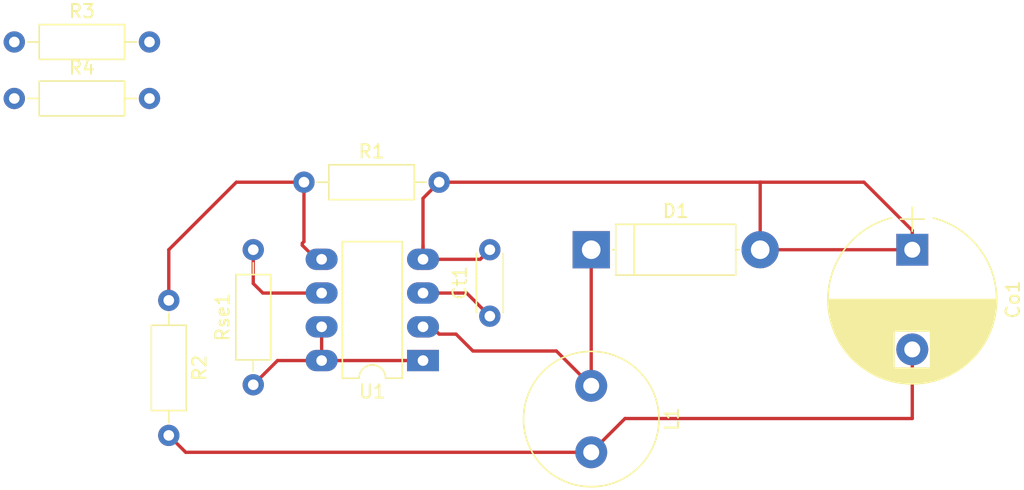
<source format=kicad_pcb>
(kicad_pcb (version 20171130) (host pcbnew "(5.1.9)-1")

  (general
    (thickness 1.6)
    (drawings 0)
    (tracks 41)
    (zones 0)
    (modules 10)
    (nets 8)
  )

  (page A4)
  (layers
    (0 F.Cu signal)
    (31 B.Cu signal)
    (32 B.Adhes user)
    (33 F.Adhes user)
    (34 B.Paste user)
    (35 F.Paste user)
    (36 B.SilkS user)
    (37 F.SilkS user)
    (38 B.Mask user)
    (39 F.Mask user)
    (40 Dwgs.User user)
    (41 Cmts.User user)
    (42 Eco1.User user)
    (43 Eco2.User user)
    (44 Edge.Cuts user)
    (45 Margin user)
    (46 B.CrtYd user)
    (47 F.CrtYd user)
    (48 B.Fab user)
    (49 F.Fab user)
  )

  (setup
    (last_trace_width 0.25)
    (trace_clearance 0.2)
    (zone_clearance 0.508)
    (zone_45_only no)
    (trace_min 0.2)
    (via_size 0.8)
    (via_drill 0.4)
    (via_min_size 0.4)
    (via_min_drill 0.3)
    (uvia_size 0.3)
    (uvia_drill 0.1)
    (uvias_allowed no)
    (uvia_min_size 0.2)
    (uvia_min_drill 0.1)
    (edge_width 0.15)
    (segment_width 0.2)
    (pcb_text_width 0.3)
    (pcb_text_size 1.5 1.5)
    (mod_edge_width 0.15)
    (mod_text_size 1 1)
    (mod_text_width 0.15)
    (pad_size 1.524 1.524)
    (pad_drill 0.762)
    (pad_to_mask_clearance 0.051)
    (solder_mask_min_width 0.25)
    (aux_axis_origin 0 0)
    (visible_elements 7FFFFFFF)
    (pcbplotparams
      (layerselection 0x010fc_ffffffff)
      (usegerberextensions false)
      (usegerberattributes false)
      (usegerberadvancedattributes false)
      (creategerberjobfile false)
      (excludeedgelayer true)
      (linewidth 0.100000)
      (plotframeref false)
      (viasonmask false)
      (mode 1)
      (useauxorigin false)
      (hpglpennumber 1)
      (hpglpenspeed 20)
      (hpglpendiameter 15.000000)
      (psnegative false)
      (psa4output false)
      (plotreference true)
      (plotvalue true)
      (plotinvisibletext false)
      (padsonsilk false)
      (subtractmaskfromsilk false)
      (outputformat 1)
      (mirror false)
      (drillshape 1)
      (scaleselection 1)
      (outputdirectory ""))
  )

  (net 0 "")
  (net 1 GND)
  (net 2 "Net-(Ct1-Pad1)")
  (net 3 "Net-(D1-Pad1)")
  (net 4 "Net-(R1-Pad1)")
  (net 5 "Net-(Rse1-Pad1)")
  (net 6 VEE)
  (net 7 VCC)

  (net_class Default 这是默认网络组.
    (clearance 0.2)
    (trace_width 0.25)
    (via_dia 0.8)
    (via_drill 0.4)
    (uvia_dia 0.3)
    (uvia_drill 0.1)
    (add_net GND)
    (add_net "Net-(Ct1-Pad1)")
    (add_net "Net-(D1-Pad1)")
    (add_net "Net-(D2-Pad1)")
    (add_net "Net-(D3-Pad1)")
    (add_net "Net-(R1-Pad1)")
    (add_net "Net-(Rse1-Pad1)")
    (add_net VCC)
    (add_net VEE)
  )

  (module Resistors_THT:R_Axial_DIN0207_L6.3mm_D2.5mm_P10.16mm_Horizontal (layer F.Cu) (tedit 5874F706) (tstamp 6055D926)
    (at 43 76.25)
    (descr "Resistor, Axial_DIN0207 series, Axial, Horizontal, pin pitch=10.16mm, 0.25W = 1/4W, length*diameter=6.3*2.5mm^2, http://cdn-reichelt.de/documents/datenblatt/B400/1_4W%23YAG.pdf")
    (tags "Resistor Axial_DIN0207 series Axial Horizontal pin pitch 10.16mm 0.25W = 1/4W length 6.3mm diameter 2.5mm")
    (path /6057DD67)
    (fp_text reference R4 (at 5.08 -2.31) (layer F.SilkS)
      (effects (font (size 1 1) (thickness 0.15)))
    )
    (fp_text value 3k (at 5.08 2.31) (layer F.Fab)
      (effects (font (size 1 1) (thickness 0.15)))
    )
    (fp_line (start 11.25 -1.6) (end -1.05 -1.6) (layer F.CrtYd) (width 0.05))
    (fp_line (start 11.25 1.6) (end 11.25 -1.6) (layer F.CrtYd) (width 0.05))
    (fp_line (start -1.05 1.6) (end 11.25 1.6) (layer F.CrtYd) (width 0.05))
    (fp_line (start -1.05 -1.6) (end -1.05 1.6) (layer F.CrtYd) (width 0.05))
    (fp_line (start 9.18 0) (end 8.29 0) (layer F.SilkS) (width 0.12))
    (fp_line (start 0.98 0) (end 1.87 0) (layer F.SilkS) (width 0.12))
    (fp_line (start 8.29 -1.31) (end 1.87 -1.31) (layer F.SilkS) (width 0.12))
    (fp_line (start 8.29 1.31) (end 8.29 -1.31) (layer F.SilkS) (width 0.12))
    (fp_line (start 1.87 1.31) (end 8.29 1.31) (layer F.SilkS) (width 0.12))
    (fp_line (start 1.87 -1.31) (end 1.87 1.31) (layer F.SilkS) (width 0.12))
    (fp_line (start 10.16 0) (end 8.23 0) (layer F.Fab) (width 0.1))
    (fp_line (start 0 0) (end 1.93 0) (layer F.Fab) (width 0.1))
    (fp_line (start 8.23 -1.25) (end 1.93 -1.25) (layer F.Fab) (width 0.1))
    (fp_line (start 8.23 1.25) (end 8.23 -1.25) (layer F.Fab) (width 0.1))
    (fp_line (start 1.93 1.25) (end 8.23 1.25) (layer F.Fab) (width 0.1))
    (fp_line (start 1.93 -1.25) (end 1.93 1.25) (layer F.Fab) (width 0.1))
    (pad 1 thru_hole circle (at 0 0) (size 1.6 1.6) (drill 0.8) (layers *.Cu *.Mask))
    (pad 2 thru_hole oval (at 10.16 0) (size 1.6 1.6) (drill 0.8) (layers *.Cu *.Mask)
      (net 6 VEE))
    (model ${KISYS3DMOD}/Resistors_THT.3dshapes/R_Axial_DIN0207_L6.3mm_D2.5mm_P10.16mm_Horizontal.wrl
      (at (xyz 0 0 0))
      (scale (xyz 0.393701 0.393701 0.393701))
      (rotate (xyz 0 0 0))
    )
  )

  (module Resistors_THT:R_Axial_DIN0207_L6.3mm_D2.5mm_P10.16mm_Horizontal (layer F.Cu) (tedit 5874F706) (tstamp 6055D923)
    (at 43 72)
    (descr "Resistor, Axial_DIN0207 series, Axial, Horizontal, pin pitch=10.16mm, 0.25W = 1/4W, length*diameter=6.3*2.5mm^2, http://cdn-reichelt.de/documents/datenblatt/B400/1_4W%23YAG.pdf")
    (tags "Resistor Axial_DIN0207 series Axial Horizontal pin pitch 10.16mm 0.25W = 1/4W length 6.3mm diameter 2.5mm")
    (path /60573830)
    (fp_text reference R3 (at 5.08 -2.31) (layer F.SilkS)
      (effects (font (size 1 1) (thickness 0.15)))
    )
    (fp_text value 3k (at 5.08 2.31) (layer F.Fab)
      (effects (font (size 1 1) (thickness 0.15)))
    )
    (fp_line (start 11.25 -1.6) (end -1.05 -1.6) (layer F.CrtYd) (width 0.05))
    (fp_line (start 11.25 1.6) (end 11.25 -1.6) (layer F.CrtYd) (width 0.05))
    (fp_line (start -1.05 1.6) (end 11.25 1.6) (layer F.CrtYd) (width 0.05))
    (fp_line (start -1.05 -1.6) (end -1.05 1.6) (layer F.CrtYd) (width 0.05))
    (fp_line (start 9.18 0) (end 8.29 0) (layer F.SilkS) (width 0.12))
    (fp_line (start 0.98 0) (end 1.87 0) (layer F.SilkS) (width 0.12))
    (fp_line (start 8.29 -1.31) (end 1.87 -1.31) (layer F.SilkS) (width 0.12))
    (fp_line (start 8.29 1.31) (end 8.29 -1.31) (layer F.SilkS) (width 0.12))
    (fp_line (start 1.87 1.31) (end 8.29 1.31) (layer F.SilkS) (width 0.12))
    (fp_line (start 1.87 -1.31) (end 1.87 1.31) (layer F.SilkS) (width 0.12))
    (fp_line (start 10.16 0) (end 8.23 0) (layer F.Fab) (width 0.1))
    (fp_line (start 0 0) (end 1.93 0) (layer F.Fab) (width 0.1))
    (fp_line (start 8.23 -1.25) (end 1.93 -1.25) (layer F.Fab) (width 0.1))
    (fp_line (start 8.23 1.25) (end 8.23 -1.25) (layer F.Fab) (width 0.1))
    (fp_line (start 1.93 1.25) (end 8.23 1.25) (layer F.Fab) (width 0.1))
    (fp_line (start 1.93 -1.25) (end 1.93 1.25) (layer F.Fab) (width 0.1))
    (pad 1 thru_hole circle (at 0 0) (size 1.6 1.6) (drill 0.8) (layers *.Cu *.Mask))
    (pad 2 thru_hole oval (at 10.16 0) (size 1.6 1.6) (drill 0.8) (layers *.Cu *.Mask)
      (net 1 GND))
    (model ${KISYS3DMOD}/Resistors_THT.3dshapes/R_Axial_DIN0207_L6.3mm_D2.5mm_P10.16mm_Horizontal.wrl
      (at (xyz 0 0 0))
      (scale (xyz 0.393701 0.393701 0.393701))
      (rotate (xyz 0 0 0))
    )
  )

  (module Capacitors_THT:CP_Radial_D12.5mm_P7.50mm (layer F.Cu) (tedit 597BC7C2) (tstamp 5FDE01BB)
    (at 110.49 87.63 270)
    (descr "CP, Radial series, Radial, pin pitch=7.50mm, , diameter=12.5mm, Electrolytic Capacitor")
    (tags "CP Radial series Radial pin pitch 7.50mm  diameter 12.5mm Electrolytic Capacitor")
    (path /5FDD1323)
    (fp_text reference Co1 (at 3.75 -7.56 270) (layer F.SilkS)
      (effects (font (size 1 1) (thickness 0.15)))
    )
    (fp_text value 2585uF (at 3.75 7.56 270) (layer F.Fab)
      (effects (font (size 1 1) (thickness 0.15)))
    )
    (fp_circle (center 3.75 0) (end 10 0) (layer F.Fab) (width 0.1))
    (fp_line (start -3.2 0) (end -1.4 0) (layer F.Fab) (width 0.1))
    (fp_line (start -2.3 -0.9) (end -2.3 0.9) (layer F.Fab) (width 0.1))
    (fp_line (start 3.75 -6.3) (end 3.75 6.3) (layer F.SilkS) (width 0.12))
    (fp_line (start 3.79 -6.3) (end 3.79 6.3) (layer F.SilkS) (width 0.12))
    (fp_line (start 3.83 -6.3) (end 3.83 6.3) (layer F.SilkS) (width 0.12))
    (fp_line (start 3.87 -6.299) (end 3.87 6.299) (layer F.SilkS) (width 0.12))
    (fp_line (start 3.91 -6.298) (end 3.91 6.298) (layer F.SilkS) (width 0.12))
    (fp_line (start 3.95 -6.297) (end 3.95 6.297) (layer F.SilkS) (width 0.12))
    (fp_line (start 3.99 -6.296) (end 3.99 6.296) (layer F.SilkS) (width 0.12))
    (fp_line (start 4.03 -6.294) (end 4.03 6.294) (layer F.SilkS) (width 0.12))
    (fp_line (start 4.07 -6.292) (end 4.07 6.292) (layer F.SilkS) (width 0.12))
    (fp_line (start 4.11 -6.29) (end 4.11 6.29) (layer F.SilkS) (width 0.12))
    (fp_line (start 4.15 -6.288) (end 4.15 6.288) (layer F.SilkS) (width 0.12))
    (fp_line (start 4.19 -6.285) (end 4.19 6.285) (layer F.SilkS) (width 0.12))
    (fp_line (start 4.23 -6.282) (end 4.23 6.282) (layer F.SilkS) (width 0.12))
    (fp_line (start 4.27 -6.279) (end 4.27 6.279) (layer F.SilkS) (width 0.12))
    (fp_line (start 4.31 -6.276) (end 4.31 6.276) (layer F.SilkS) (width 0.12))
    (fp_line (start 4.35 -6.272) (end 4.35 6.272) (layer F.SilkS) (width 0.12))
    (fp_line (start 4.39 -6.268) (end 4.39 6.268) (layer F.SilkS) (width 0.12))
    (fp_line (start 4.43 -6.264) (end 4.43 6.264) (layer F.SilkS) (width 0.12))
    (fp_line (start 4.471 -6.259) (end 4.471 6.259) (layer F.SilkS) (width 0.12))
    (fp_line (start 4.511 -6.255) (end 4.511 6.255) (layer F.SilkS) (width 0.12))
    (fp_line (start 4.551 -6.25) (end 4.551 6.25) (layer F.SilkS) (width 0.12))
    (fp_line (start 4.591 -6.245) (end 4.591 6.245) (layer F.SilkS) (width 0.12))
    (fp_line (start 4.631 -6.239) (end 4.631 6.239) (layer F.SilkS) (width 0.12))
    (fp_line (start 4.671 -6.233) (end 4.671 6.233) (layer F.SilkS) (width 0.12))
    (fp_line (start 4.711 -6.227) (end 4.711 6.227) (layer F.SilkS) (width 0.12))
    (fp_line (start 4.751 -6.221) (end 4.751 6.221) (layer F.SilkS) (width 0.12))
    (fp_line (start 4.791 -6.215) (end 4.791 6.215) (layer F.SilkS) (width 0.12))
    (fp_line (start 4.831 -6.208) (end 4.831 6.208) (layer F.SilkS) (width 0.12))
    (fp_line (start 4.871 -6.201) (end 4.871 6.201) (layer F.SilkS) (width 0.12))
    (fp_line (start 4.911 -6.193) (end 4.911 6.193) (layer F.SilkS) (width 0.12))
    (fp_line (start 4.951 -6.186) (end 4.951 6.186) (layer F.SilkS) (width 0.12))
    (fp_line (start 4.991 -6.178) (end 4.991 6.178) (layer F.SilkS) (width 0.12))
    (fp_line (start 5.031 -6.17) (end 5.031 6.17) (layer F.SilkS) (width 0.12))
    (fp_line (start 5.071 -6.162) (end 5.071 6.162) (layer F.SilkS) (width 0.12))
    (fp_line (start 5.111 -6.153) (end 5.111 6.153) (layer F.SilkS) (width 0.12))
    (fp_line (start 5.151 -6.144) (end 5.151 6.144) (layer F.SilkS) (width 0.12))
    (fp_line (start 5.191 -6.135) (end 5.191 6.135) (layer F.SilkS) (width 0.12))
    (fp_line (start 5.231 -6.125) (end 5.231 6.125) (layer F.SilkS) (width 0.12))
    (fp_line (start 5.271 -6.116) (end 5.271 6.116) (layer F.SilkS) (width 0.12))
    (fp_line (start 5.311 -6.106) (end 5.311 6.106) (layer F.SilkS) (width 0.12))
    (fp_line (start 5.351 -6.095) (end 5.351 6.095) (layer F.SilkS) (width 0.12))
    (fp_line (start 5.391 -6.085) (end 5.391 6.085) (layer F.SilkS) (width 0.12))
    (fp_line (start 5.431 -6.074) (end 5.431 6.074) (layer F.SilkS) (width 0.12))
    (fp_line (start 5.471 -6.063) (end 5.471 6.063) (layer F.SilkS) (width 0.12))
    (fp_line (start 5.511 -6.051) (end 5.511 6.051) (layer F.SilkS) (width 0.12))
    (fp_line (start 5.551 -6.04) (end 5.551 6.04) (layer F.SilkS) (width 0.12))
    (fp_line (start 5.591 -6.028) (end 5.591 6.028) (layer F.SilkS) (width 0.12))
    (fp_line (start 5.631 -6.015) (end 5.631 6.015) (layer F.SilkS) (width 0.12))
    (fp_line (start 5.671 -6.003) (end 5.671 6.003) (layer F.SilkS) (width 0.12))
    (fp_line (start 5.711 -5.99) (end 5.711 5.99) (layer F.SilkS) (width 0.12))
    (fp_line (start 5.751 -5.977) (end 5.751 5.977) (layer F.SilkS) (width 0.12))
    (fp_line (start 5.791 -5.963) (end 5.791 5.963) (layer F.SilkS) (width 0.12))
    (fp_line (start 5.831 -5.95) (end 5.831 5.95) (layer F.SilkS) (width 0.12))
    (fp_line (start 5.871 -5.936) (end 5.871 5.936) (layer F.SilkS) (width 0.12))
    (fp_line (start 5.911 -5.921) (end 5.911 5.921) (layer F.SilkS) (width 0.12))
    (fp_line (start 5.951 -5.907) (end 5.951 5.907) (layer F.SilkS) (width 0.12))
    (fp_line (start 5.991 -5.892) (end 5.991 5.892) (layer F.SilkS) (width 0.12))
    (fp_line (start 6.031 -5.876) (end 6.031 5.876) (layer F.SilkS) (width 0.12))
    (fp_line (start 6.071 -5.861) (end 6.071 5.861) (layer F.SilkS) (width 0.12))
    (fp_line (start 6.111 -5.845) (end 6.111 5.845) (layer F.SilkS) (width 0.12))
    (fp_line (start 6.151 -5.829) (end 6.151 -1.38) (layer F.SilkS) (width 0.12))
    (fp_line (start 6.151 1.38) (end 6.151 5.829) (layer F.SilkS) (width 0.12))
    (fp_line (start 6.191 -5.812) (end 6.191 -1.38) (layer F.SilkS) (width 0.12))
    (fp_line (start 6.191 1.38) (end 6.191 5.812) (layer F.SilkS) (width 0.12))
    (fp_line (start 6.231 -5.795) (end 6.231 -1.38) (layer F.SilkS) (width 0.12))
    (fp_line (start 6.231 1.38) (end 6.231 5.795) (layer F.SilkS) (width 0.12))
    (fp_line (start 6.271 -5.778) (end 6.271 -1.38) (layer F.SilkS) (width 0.12))
    (fp_line (start 6.271 1.38) (end 6.271 5.778) (layer F.SilkS) (width 0.12))
    (fp_line (start 6.311 -5.761) (end 6.311 -1.38) (layer F.SilkS) (width 0.12))
    (fp_line (start 6.311 1.38) (end 6.311 5.761) (layer F.SilkS) (width 0.12))
    (fp_line (start 6.351 -5.743) (end 6.351 -1.38) (layer F.SilkS) (width 0.12))
    (fp_line (start 6.351 1.38) (end 6.351 5.743) (layer F.SilkS) (width 0.12))
    (fp_line (start 6.391 -5.725) (end 6.391 -1.38) (layer F.SilkS) (width 0.12))
    (fp_line (start 6.391 1.38) (end 6.391 5.725) (layer F.SilkS) (width 0.12))
    (fp_line (start 6.431 -5.706) (end 6.431 -1.38) (layer F.SilkS) (width 0.12))
    (fp_line (start 6.431 1.38) (end 6.431 5.706) (layer F.SilkS) (width 0.12))
    (fp_line (start 6.471 -5.687) (end 6.471 -1.38) (layer F.SilkS) (width 0.12))
    (fp_line (start 6.471 1.38) (end 6.471 5.687) (layer F.SilkS) (width 0.12))
    (fp_line (start 6.511 -5.668) (end 6.511 -1.38) (layer F.SilkS) (width 0.12))
    (fp_line (start 6.511 1.38) (end 6.511 5.668) (layer F.SilkS) (width 0.12))
    (fp_line (start 6.551 -5.649) (end 6.551 -1.38) (layer F.SilkS) (width 0.12))
    (fp_line (start 6.551 1.38) (end 6.551 5.649) (layer F.SilkS) (width 0.12))
    (fp_line (start 6.591 -5.629) (end 6.591 -1.38) (layer F.SilkS) (width 0.12))
    (fp_line (start 6.591 1.38) (end 6.591 5.629) (layer F.SilkS) (width 0.12))
    (fp_line (start 6.631 -5.609) (end 6.631 -1.38) (layer F.SilkS) (width 0.12))
    (fp_line (start 6.631 1.38) (end 6.631 5.609) (layer F.SilkS) (width 0.12))
    (fp_line (start 6.671 -5.588) (end 6.671 -1.38) (layer F.SilkS) (width 0.12))
    (fp_line (start 6.671 1.38) (end 6.671 5.588) (layer F.SilkS) (width 0.12))
    (fp_line (start 6.711 -5.567) (end 6.711 -1.38) (layer F.SilkS) (width 0.12))
    (fp_line (start 6.711 1.38) (end 6.711 5.567) (layer F.SilkS) (width 0.12))
    (fp_line (start 6.751 -5.546) (end 6.751 -1.38) (layer F.SilkS) (width 0.12))
    (fp_line (start 6.751 1.38) (end 6.751 5.546) (layer F.SilkS) (width 0.12))
    (fp_line (start 6.791 -5.524) (end 6.791 -1.38) (layer F.SilkS) (width 0.12))
    (fp_line (start 6.791 1.38) (end 6.791 5.524) (layer F.SilkS) (width 0.12))
    (fp_line (start 6.831 -5.502) (end 6.831 -1.38) (layer F.SilkS) (width 0.12))
    (fp_line (start 6.831 1.38) (end 6.831 5.502) (layer F.SilkS) (width 0.12))
    (fp_line (start 6.871 -5.48) (end 6.871 -1.38) (layer F.SilkS) (width 0.12))
    (fp_line (start 6.871 1.38) (end 6.871 5.48) (layer F.SilkS) (width 0.12))
    (fp_line (start 6.911 -5.457) (end 6.911 -1.38) (layer F.SilkS) (width 0.12))
    (fp_line (start 6.911 1.38) (end 6.911 5.457) (layer F.SilkS) (width 0.12))
    (fp_line (start 6.951 -5.434) (end 6.951 -1.38) (layer F.SilkS) (width 0.12))
    (fp_line (start 6.951 1.38) (end 6.951 5.434) (layer F.SilkS) (width 0.12))
    (fp_line (start 6.991 -5.41) (end 6.991 -1.38) (layer F.SilkS) (width 0.12))
    (fp_line (start 6.991 1.38) (end 6.991 5.41) (layer F.SilkS) (width 0.12))
    (fp_line (start 7.031 -5.386) (end 7.031 -1.38) (layer F.SilkS) (width 0.12))
    (fp_line (start 7.031 1.38) (end 7.031 5.386) (layer F.SilkS) (width 0.12))
    (fp_line (start 7.071 -5.362) (end 7.071 -1.38) (layer F.SilkS) (width 0.12))
    (fp_line (start 7.071 1.38) (end 7.071 5.362) (layer F.SilkS) (width 0.12))
    (fp_line (start 7.111 -5.337) (end 7.111 -1.38) (layer F.SilkS) (width 0.12))
    (fp_line (start 7.111 1.38) (end 7.111 5.337) (layer F.SilkS) (width 0.12))
    (fp_line (start 7.151 -5.312) (end 7.151 -1.38) (layer F.SilkS) (width 0.12))
    (fp_line (start 7.151 1.38) (end 7.151 5.312) (layer F.SilkS) (width 0.12))
    (fp_line (start 7.191 -5.286) (end 7.191 -1.38) (layer F.SilkS) (width 0.12))
    (fp_line (start 7.191 1.38) (end 7.191 5.286) (layer F.SilkS) (width 0.12))
    (fp_line (start 7.231 -5.26) (end 7.231 -1.38) (layer F.SilkS) (width 0.12))
    (fp_line (start 7.231 1.38) (end 7.231 5.26) (layer F.SilkS) (width 0.12))
    (fp_line (start 7.271 -5.234) (end 7.271 -1.38) (layer F.SilkS) (width 0.12))
    (fp_line (start 7.271 1.38) (end 7.271 5.234) (layer F.SilkS) (width 0.12))
    (fp_line (start 7.311 -5.207) (end 7.311 -1.38) (layer F.SilkS) (width 0.12))
    (fp_line (start 7.311 1.38) (end 7.311 5.207) (layer F.SilkS) (width 0.12))
    (fp_line (start 7.351 -5.179) (end 7.351 -1.38) (layer F.SilkS) (width 0.12))
    (fp_line (start 7.351 1.38) (end 7.351 5.179) (layer F.SilkS) (width 0.12))
    (fp_line (start 7.391 -5.151) (end 7.391 -1.38) (layer F.SilkS) (width 0.12))
    (fp_line (start 7.391 1.38) (end 7.391 5.151) (layer F.SilkS) (width 0.12))
    (fp_line (start 7.431 -5.123) (end 7.431 -1.38) (layer F.SilkS) (width 0.12))
    (fp_line (start 7.431 1.38) (end 7.431 5.123) (layer F.SilkS) (width 0.12))
    (fp_line (start 7.471 -5.094) (end 7.471 -1.38) (layer F.SilkS) (width 0.12))
    (fp_line (start 7.471 1.38) (end 7.471 5.094) (layer F.SilkS) (width 0.12))
    (fp_line (start 7.511 -5.065) (end 7.511 -1.38) (layer F.SilkS) (width 0.12))
    (fp_line (start 7.511 1.38) (end 7.511 5.065) (layer F.SilkS) (width 0.12))
    (fp_line (start 7.551 -5.035) (end 7.551 -1.38) (layer F.SilkS) (width 0.12))
    (fp_line (start 7.551 1.38) (end 7.551 5.035) (layer F.SilkS) (width 0.12))
    (fp_line (start 7.591 -5.005) (end 7.591 -1.38) (layer F.SilkS) (width 0.12))
    (fp_line (start 7.591 1.38) (end 7.591 5.005) (layer F.SilkS) (width 0.12))
    (fp_line (start 7.631 -4.975) (end 7.631 -1.38) (layer F.SilkS) (width 0.12))
    (fp_line (start 7.631 1.38) (end 7.631 4.975) (layer F.SilkS) (width 0.12))
    (fp_line (start 7.671 -4.943) (end 7.671 -1.38) (layer F.SilkS) (width 0.12))
    (fp_line (start 7.671 1.38) (end 7.671 4.943) (layer F.SilkS) (width 0.12))
    (fp_line (start 7.711 -4.912) (end 7.711 -1.38) (layer F.SilkS) (width 0.12))
    (fp_line (start 7.711 1.38) (end 7.711 4.912) (layer F.SilkS) (width 0.12))
    (fp_line (start 7.751 -4.879) (end 7.751 -1.38) (layer F.SilkS) (width 0.12))
    (fp_line (start 7.751 1.38) (end 7.751 4.879) (layer F.SilkS) (width 0.12))
    (fp_line (start 7.791 -4.847) (end 7.791 -1.38) (layer F.SilkS) (width 0.12))
    (fp_line (start 7.791 1.38) (end 7.791 4.847) (layer F.SilkS) (width 0.12))
    (fp_line (start 7.831 -4.813) (end 7.831 -1.38) (layer F.SilkS) (width 0.12))
    (fp_line (start 7.831 1.38) (end 7.831 4.813) (layer F.SilkS) (width 0.12))
    (fp_line (start 7.871 -4.779) (end 7.871 -1.38) (layer F.SilkS) (width 0.12))
    (fp_line (start 7.871 1.38) (end 7.871 4.779) (layer F.SilkS) (width 0.12))
    (fp_line (start 7.911 -4.745) (end 7.911 -1.38) (layer F.SilkS) (width 0.12))
    (fp_line (start 7.911 1.38) (end 7.911 4.745) (layer F.SilkS) (width 0.12))
    (fp_line (start 7.951 -4.71) (end 7.951 -1.38) (layer F.SilkS) (width 0.12))
    (fp_line (start 7.951 1.38) (end 7.951 4.71) (layer F.SilkS) (width 0.12))
    (fp_line (start 7.991 -4.674) (end 7.991 -1.38) (layer F.SilkS) (width 0.12))
    (fp_line (start 7.991 1.38) (end 7.991 4.674) (layer F.SilkS) (width 0.12))
    (fp_line (start 8.031 -4.638) (end 8.031 -1.38) (layer F.SilkS) (width 0.12))
    (fp_line (start 8.031 1.38) (end 8.031 4.638) (layer F.SilkS) (width 0.12))
    (fp_line (start 8.071 -4.601) (end 8.071 -1.38) (layer F.SilkS) (width 0.12))
    (fp_line (start 8.071 1.38) (end 8.071 4.601) (layer F.SilkS) (width 0.12))
    (fp_line (start 8.111 -4.563) (end 8.111 -1.38) (layer F.SilkS) (width 0.12))
    (fp_line (start 8.111 1.38) (end 8.111 4.563) (layer F.SilkS) (width 0.12))
    (fp_line (start 8.151 -4.525) (end 8.151 -1.38) (layer F.SilkS) (width 0.12))
    (fp_line (start 8.151 1.38) (end 8.151 4.525) (layer F.SilkS) (width 0.12))
    (fp_line (start 8.191 -4.486) (end 8.191 -1.38) (layer F.SilkS) (width 0.12))
    (fp_line (start 8.191 1.38) (end 8.191 4.486) (layer F.SilkS) (width 0.12))
    (fp_line (start 8.231 -4.447) (end 8.231 -1.38) (layer F.SilkS) (width 0.12))
    (fp_line (start 8.231 1.38) (end 8.231 4.447) (layer F.SilkS) (width 0.12))
    (fp_line (start 8.271 -4.406) (end 8.271 -1.38) (layer F.SilkS) (width 0.12))
    (fp_line (start 8.271 1.38) (end 8.271 4.406) (layer F.SilkS) (width 0.12))
    (fp_line (start 8.311 -4.365) (end 8.311 -1.38) (layer F.SilkS) (width 0.12))
    (fp_line (start 8.311 1.38) (end 8.311 4.365) (layer F.SilkS) (width 0.12))
    (fp_line (start 8.351 -4.323) (end 8.351 -1.38) (layer F.SilkS) (width 0.12))
    (fp_line (start 8.351 1.38) (end 8.351 4.323) (layer F.SilkS) (width 0.12))
    (fp_line (start 8.391 -4.281) (end 8.391 -1.38) (layer F.SilkS) (width 0.12))
    (fp_line (start 8.391 1.38) (end 8.391 4.281) (layer F.SilkS) (width 0.12))
    (fp_line (start 8.431 -4.238) (end 8.431 -1.38) (layer F.SilkS) (width 0.12))
    (fp_line (start 8.431 1.38) (end 8.431 4.238) (layer F.SilkS) (width 0.12))
    (fp_line (start 8.471 -4.193) (end 8.471 -1.38) (layer F.SilkS) (width 0.12))
    (fp_line (start 8.471 1.38) (end 8.471 4.193) (layer F.SilkS) (width 0.12))
    (fp_line (start 8.511 -4.148) (end 8.511 -1.38) (layer F.SilkS) (width 0.12))
    (fp_line (start 8.511 1.38) (end 8.511 4.148) (layer F.SilkS) (width 0.12))
    (fp_line (start 8.551 -4.102) (end 8.551 -1.38) (layer F.SilkS) (width 0.12))
    (fp_line (start 8.551 1.38) (end 8.551 4.102) (layer F.SilkS) (width 0.12))
    (fp_line (start 8.591 -4.056) (end 8.591 -1.38) (layer F.SilkS) (width 0.12))
    (fp_line (start 8.591 1.38) (end 8.591 4.056) (layer F.SilkS) (width 0.12))
    (fp_line (start 8.631 -4.008) (end 8.631 -1.38) (layer F.SilkS) (width 0.12))
    (fp_line (start 8.631 1.38) (end 8.631 4.008) (layer F.SilkS) (width 0.12))
    (fp_line (start 8.671 -3.959) (end 8.671 -1.38) (layer F.SilkS) (width 0.12))
    (fp_line (start 8.671 1.38) (end 8.671 3.959) (layer F.SilkS) (width 0.12))
    (fp_line (start 8.711 -3.909) (end 8.711 -1.38) (layer F.SilkS) (width 0.12))
    (fp_line (start 8.711 1.38) (end 8.711 3.909) (layer F.SilkS) (width 0.12))
    (fp_line (start 8.751 -3.859) (end 8.751 -1.38) (layer F.SilkS) (width 0.12))
    (fp_line (start 8.751 1.38) (end 8.751 3.859) (layer F.SilkS) (width 0.12))
    (fp_line (start 8.791 -3.807) (end 8.791 -1.38) (layer F.SilkS) (width 0.12))
    (fp_line (start 8.791 1.38) (end 8.791 3.807) (layer F.SilkS) (width 0.12))
    (fp_line (start 8.831 -3.754) (end 8.831 -1.38) (layer F.SilkS) (width 0.12))
    (fp_line (start 8.831 1.38) (end 8.831 3.754) (layer F.SilkS) (width 0.12))
    (fp_line (start 8.871 -3.7) (end 8.871 -1.38) (layer F.SilkS) (width 0.12))
    (fp_line (start 8.871 1.38) (end 8.871 3.7) (layer F.SilkS) (width 0.12))
    (fp_line (start 8.911 -3.644) (end 8.911 3.644) (layer F.SilkS) (width 0.12))
    (fp_line (start 8.951 -3.588) (end 8.951 3.588) (layer F.SilkS) (width 0.12))
    (fp_line (start 8.991 -3.53) (end 8.991 3.53) (layer F.SilkS) (width 0.12))
    (fp_line (start 9.031 -3.47) (end 9.031 3.47) (layer F.SilkS) (width 0.12))
    (fp_line (start 9.071 -3.409) (end 9.071 3.409) (layer F.SilkS) (width 0.12))
    (fp_line (start 9.111 -3.347) (end 9.111 3.347) (layer F.SilkS) (width 0.12))
    (fp_line (start 9.151 -3.282) (end 9.151 3.282) (layer F.SilkS) (width 0.12))
    (fp_line (start 9.191 -3.217) (end 9.191 3.217) (layer F.SilkS) (width 0.12))
    (fp_line (start 9.231 -3.149) (end 9.231 3.149) (layer F.SilkS) (width 0.12))
    (fp_line (start 9.271 -3.079) (end 9.271 3.079) (layer F.SilkS) (width 0.12))
    (fp_line (start 9.311 -3.007) (end 9.311 3.007) (layer F.SilkS) (width 0.12))
    (fp_line (start 9.351 -2.933) (end 9.351 2.933) (layer F.SilkS) (width 0.12))
    (fp_line (start 9.391 -2.856) (end 9.391 2.856) (layer F.SilkS) (width 0.12))
    (fp_line (start 9.431 -2.777) (end 9.431 2.777) (layer F.SilkS) (width 0.12))
    (fp_line (start 9.471 -2.695) (end 9.471 2.695) (layer F.SilkS) (width 0.12))
    (fp_line (start 9.511 -2.61) (end 9.511 2.61) (layer F.SilkS) (width 0.12))
    (fp_line (start 9.551 -2.521) (end 9.551 2.521) (layer F.SilkS) (width 0.12))
    (fp_line (start 9.591 -2.428) (end 9.591 2.428) (layer F.SilkS) (width 0.12))
    (fp_line (start 9.631 -2.331) (end 9.631 2.331) (layer F.SilkS) (width 0.12))
    (fp_line (start 9.671 -2.23) (end 9.671 2.23) (layer F.SilkS) (width 0.12))
    (fp_line (start 9.711 -2.122) (end 9.711 2.122) (layer F.SilkS) (width 0.12))
    (fp_line (start 9.751 -2.009) (end 9.751 2.009) (layer F.SilkS) (width 0.12))
    (fp_line (start 9.791 -1.888) (end 9.791 1.888) (layer F.SilkS) (width 0.12))
    (fp_line (start 9.831 -1.757) (end 9.831 1.757) (layer F.SilkS) (width 0.12))
    (fp_line (start 9.871 -1.616) (end 9.871 1.616) (layer F.SilkS) (width 0.12))
    (fp_line (start 9.911 -1.46) (end 9.911 1.46) (layer F.SilkS) (width 0.12))
    (fp_line (start 9.951 -1.285) (end 9.951 1.285) (layer F.SilkS) (width 0.12))
    (fp_line (start 9.991 -1.082) (end 9.991 1.082) (layer F.SilkS) (width 0.12))
    (fp_line (start 10.031 -0.831) (end 10.031 0.831) (layer F.SilkS) (width 0.12))
    (fp_line (start 10.071 -0.464) (end 10.071 0.464) (layer F.SilkS) (width 0.12))
    (fp_line (start -3.2 0) (end -1.4 0) (layer F.SilkS) (width 0.12))
    (fp_line (start -2.3 -0.9) (end -2.3 0.9) (layer F.SilkS) (width 0.12))
    (fp_line (start -2.85 -6.6) (end -2.85 6.6) (layer F.CrtYd) (width 0.05))
    (fp_line (start -2.85 6.6) (end 10.35 6.6) (layer F.CrtYd) (width 0.05))
    (fp_line (start 10.35 6.6) (end 10.35 -6.6) (layer F.CrtYd) (width 0.05))
    (fp_line (start 10.35 -6.6) (end -2.85 -6.6) (layer F.CrtYd) (width 0.05))
    (fp_text user %R (at 3.75 0 270) (layer F.Fab)
      (effects (font (size 1 1) (thickness 0.15)))
    )
    (fp_arc (start 3.75 0) (end 9.889967 -1.58) (angle 28.9) (layer F.SilkS) (width 0.12))
    (fp_arc (start 3.75 0) (end -2.389967 1.58) (angle -151.1) (layer F.SilkS) (width 0.12))
    (fp_arc (start 3.75 0) (end -2.389967 -1.58) (angle 151.1) (layer F.SilkS) (width 0.12))
    (pad 2 thru_hole circle (at 7.5 0 270) (size 2.4 2.4) (drill 1.2) (layers *.Cu *.Mask)
      (net 1 GND))
    (pad 1 thru_hole rect (at 0 0 270) (size 2.4 2.4) (drill 1.2) (layers *.Cu *.Mask)
      (net 6 VEE))
    (model ${KISYS3DMOD}/Capacitors_THT.3dshapes/CP_Radial_D12.5mm_P7.50mm.wrl
      (at (xyz 0 0 0))
      (scale (xyz 1 1 1))
      (rotate (xyz 0 0 0))
    )
  )

  (module Capacitors_THT:C_Disc_D4.3mm_W1.9mm_P5.00mm (layer F.Cu) (tedit 597BC7C2) (tstamp 5FDE09DE)
    (at 78.74 92.63 90)
    (descr "C, Disc series, Radial, pin pitch=5.00mm, , diameter*width=4.3*1.9mm^2, Capacitor, http://www.vishay.com/docs/45233/krseries.pdf")
    (tags "C Disc series Radial pin pitch 5.00mm  diameter 4.3mm width 1.9mm Capacitor")
    (path /5FDD2542)
    (fp_text reference Ct1 (at 2.5 -2.26 90) (layer F.SilkS)
      (effects (font (size 1 1) (thickness 0.15)))
    )
    (fp_text value 574pF (at 2.5 2.26 90) (layer F.Fab)
      (effects (font (size 1 1) (thickness 0.15)))
    )
    (fp_line (start 0.35 -0.95) (end 0.35 0.95) (layer F.Fab) (width 0.1))
    (fp_line (start 0.35 0.95) (end 4.65 0.95) (layer F.Fab) (width 0.1))
    (fp_line (start 4.65 0.95) (end 4.65 -0.95) (layer F.Fab) (width 0.1))
    (fp_line (start 4.65 -0.95) (end 0.35 -0.95) (layer F.Fab) (width 0.1))
    (fp_line (start 0.29 -1.01) (end 4.71 -1.01) (layer F.SilkS) (width 0.12))
    (fp_line (start 0.29 1.01) (end 4.71 1.01) (layer F.SilkS) (width 0.12))
    (fp_line (start 0.29 -1.01) (end 0.29 -0.996) (layer F.SilkS) (width 0.12))
    (fp_line (start 0.29 0.996) (end 0.29 1.01) (layer F.SilkS) (width 0.12))
    (fp_line (start 4.71 -1.01) (end 4.71 -0.996) (layer F.SilkS) (width 0.12))
    (fp_line (start 4.71 0.996) (end 4.71 1.01) (layer F.SilkS) (width 0.12))
    (fp_line (start -1.05 -1.3) (end -1.05 1.3) (layer F.CrtYd) (width 0.05))
    (fp_line (start -1.05 1.3) (end 6.05 1.3) (layer F.CrtYd) (width 0.05))
    (fp_line (start 6.05 1.3) (end 6.05 -1.3) (layer F.CrtYd) (width 0.05))
    (fp_line (start 6.05 -1.3) (end -1.05 -1.3) (layer F.CrtYd) (width 0.05))
    (fp_text user %R (at 2.5 0 90) (layer F.Fab)
      (effects (font (size 1 1) (thickness 0.15)))
    )
    (pad 2 thru_hole circle (at 5 0 90) (size 1.6 1.6) (drill 0.8) (layers *.Cu *.Mask)
      (net 6 VEE))
    (pad 1 thru_hole circle (at 0 0 90) (size 1.6 1.6) (drill 0.8) (layers *.Cu *.Mask)
      (net 2 "Net-(Ct1-Pad1)"))
    (model ${KISYS3DMOD}/Capacitors_THT.3dshapes/C_Disc_D4.3mm_W1.9mm_P5.00mm.wrl
      (at (xyz 0 0 0))
      (scale (xyz 1 1 1))
      (rotate (xyz 0 0 0))
    )
  )

  (module Inductors_THT:L_Radial_D10.0mm_P5.00mm_Neosid_SD12_style3 (layer F.Cu) (tedit 587E3FCE) (tstamp 5FDE01DC)
    (at 86.36 97.87 270)
    (descr "L, Radial series, Radial, pin pitch=5.00mm, , diameter=10.0mm, Neosid, SD12, style3, http://www.neosid.de/produktblaetter/neosid_Festinduktivitaet_Sd12.pdf")
    (tags "L Radial series Radial pin pitch 5.00mm  diameter 10.0mm Neosid SD12 style3")
    (path /5FDD0E1C)
    (fp_text reference L1 (at 2.5 -6.06 270) (layer F.SilkS)
      (effects (font (size 1 1) (thickness 0.15)))
    )
    (fp_text value 61uH (at 2.5 6.06 270) (layer F.Fab)
      (effects (font (size 1 1) (thickness 0.15)))
    )
    (fp_circle (center 2.5 0) (end 7.5 0) (layer F.Fab) (width 0.1))
    (fp_circle (center 2.5 0) (end 7.59 0) (layer F.SilkS) (width 0.12))
    (fp_line (start -2.85 -5.35) (end -2.85 5.35) (layer F.CrtYd) (width 0.05))
    (fp_line (start -2.85 5.35) (end 7.85 5.35) (layer F.CrtYd) (width 0.05))
    (fp_line (start 7.85 5.35) (end 7.85 -5.35) (layer F.CrtYd) (width 0.05))
    (fp_line (start 7.85 -5.35) (end -2.85 -5.35) (layer F.CrtYd) (width 0.05))
    (pad 2 thru_hole circle (at 5 0 270) (size 2.4 2.4) (drill 1.2) (layers *.Cu *.Mask)
      (net 1 GND))
    (pad 1 thru_hole circle (at 0 0 270) (size 2.4 2.4) (drill 1.2) (layers *.Cu *.Mask)
      (net 3 "Net-(D1-Pad1)"))
    (model Inductors_THT.3dshapes/L_Radial_D10.0mm_P5.00mm_Neosid_SD12_style3.wrl
      (at (xyz 0 0 0))
      (scale (xyz 0.393701 0.393701 0.393701))
      (rotate (xyz 0 0 0))
    )
  )

  (module Resistors_THT:R_Axial_DIN0207_L6.3mm_D2.5mm_P10.16mm_Horizontal (layer F.Cu) (tedit 5874F706) (tstamp 5FDE01F2)
    (at 64.77 82.55)
    (descr "Resistor, Axial_DIN0207 series, Axial, Horizontal, pin pitch=10.16mm, 0.25W = 1/4W, length*diameter=6.3*2.5mm^2, http://cdn-reichelt.de/documents/datenblatt/B400/1_4W%23YAG.pdf")
    (tags "Resistor Axial_DIN0207 series Axial Horizontal pin pitch 10.16mm 0.25W = 1/4W length 6.3mm diameter 2.5mm")
    (path /5FDD1891)
    (fp_text reference R1 (at 5.08 -2.31) (layer F.SilkS)
      (effects (font (size 1 1) (thickness 0.15)))
    )
    (fp_text value 1k (at 5.08 2.31) (layer F.Fab)
      (effects (font (size 1 1) (thickness 0.15)))
    )
    (fp_line (start 1.93 -1.25) (end 1.93 1.25) (layer F.Fab) (width 0.1))
    (fp_line (start 1.93 1.25) (end 8.23 1.25) (layer F.Fab) (width 0.1))
    (fp_line (start 8.23 1.25) (end 8.23 -1.25) (layer F.Fab) (width 0.1))
    (fp_line (start 8.23 -1.25) (end 1.93 -1.25) (layer F.Fab) (width 0.1))
    (fp_line (start 0 0) (end 1.93 0) (layer F.Fab) (width 0.1))
    (fp_line (start 10.16 0) (end 8.23 0) (layer F.Fab) (width 0.1))
    (fp_line (start 1.87 -1.31) (end 1.87 1.31) (layer F.SilkS) (width 0.12))
    (fp_line (start 1.87 1.31) (end 8.29 1.31) (layer F.SilkS) (width 0.12))
    (fp_line (start 8.29 1.31) (end 8.29 -1.31) (layer F.SilkS) (width 0.12))
    (fp_line (start 8.29 -1.31) (end 1.87 -1.31) (layer F.SilkS) (width 0.12))
    (fp_line (start 0.98 0) (end 1.87 0) (layer F.SilkS) (width 0.12))
    (fp_line (start 9.18 0) (end 8.29 0) (layer F.SilkS) (width 0.12))
    (fp_line (start -1.05 -1.6) (end -1.05 1.6) (layer F.CrtYd) (width 0.05))
    (fp_line (start -1.05 1.6) (end 11.25 1.6) (layer F.CrtYd) (width 0.05))
    (fp_line (start 11.25 1.6) (end 11.25 -1.6) (layer F.CrtYd) (width 0.05))
    (fp_line (start 11.25 -1.6) (end -1.05 -1.6) (layer F.CrtYd) (width 0.05))
    (pad 2 thru_hole oval (at 10.16 0) (size 1.6 1.6) (drill 0.8) (layers *.Cu *.Mask)
      (net 6 VEE))
    (pad 1 thru_hole circle (at 0 0) (size 1.6 1.6) (drill 0.8) (layers *.Cu *.Mask)
      (net 4 "Net-(R1-Pad1)"))
    (model ${KISYS3DMOD}/Resistors_THT.3dshapes/R_Axial_DIN0207_L6.3mm_D2.5mm_P10.16mm_Horizontal.wrl
      (at (xyz 0 0 0))
      (scale (xyz 0.393701 0.393701 0.393701))
      (rotate (xyz 0 0 0))
    )
  )

  (module Resistors_THT:R_Axial_DIN0207_L6.3mm_D2.5mm_P10.16mm_Horizontal (layer F.Cu) (tedit 5874F706) (tstamp 5FDE0208)
    (at 54.61 91.44 270)
    (descr "Resistor, Axial_DIN0207 series, Axial, Horizontal, pin pitch=10.16mm, 0.25W = 1/4W, length*diameter=6.3*2.5mm^2, http://cdn-reichelt.de/documents/datenblatt/B400/1_4W%23YAG.pdf")
    (tags "Resistor Axial_DIN0207 series Axial Horizontal pin pitch 10.16mm 0.25W = 1/4W length 6.3mm diameter 2.5mm")
    (path /5FDD184E)
    (fp_text reference R2 (at 5.08 -2.31 270) (layer F.SilkS)
      (effects (font (size 1 1) (thickness 0.15)))
    )
    (fp_text value 3k (at 5.08 2.31 270) (layer F.Fab)
      (effects (font (size 1 1) (thickness 0.15)))
    )
    (fp_line (start 11.25 -1.6) (end -1.05 -1.6) (layer F.CrtYd) (width 0.05))
    (fp_line (start 11.25 1.6) (end 11.25 -1.6) (layer F.CrtYd) (width 0.05))
    (fp_line (start -1.05 1.6) (end 11.25 1.6) (layer F.CrtYd) (width 0.05))
    (fp_line (start -1.05 -1.6) (end -1.05 1.6) (layer F.CrtYd) (width 0.05))
    (fp_line (start 9.18 0) (end 8.29 0) (layer F.SilkS) (width 0.12))
    (fp_line (start 0.98 0) (end 1.87 0) (layer F.SilkS) (width 0.12))
    (fp_line (start 8.29 -1.31) (end 1.87 -1.31) (layer F.SilkS) (width 0.12))
    (fp_line (start 8.29 1.31) (end 8.29 -1.31) (layer F.SilkS) (width 0.12))
    (fp_line (start 1.87 1.31) (end 8.29 1.31) (layer F.SilkS) (width 0.12))
    (fp_line (start 1.87 -1.31) (end 1.87 1.31) (layer F.SilkS) (width 0.12))
    (fp_line (start 10.16 0) (end 8.23 0) (layer F.Fab) (width 0.1))
    (fp_line (start 0 0) (end 1.93 0) (layer F.Fab) (width 0.1))
    (fp_line (start 8.23 -1.25) (end 1.93 -1.25) (layer F.Fab) (width 0.1))
    (fp_line (start 8.23 1.25) (end 8.23 -1.25) (layer F.Fab) (width 0.1))
    (fp_line (start 1.93 1.25) (end 8.23 1.25) (layer F.Fab) (width 0.1))
    (fp_line (start 1.93 -1.25) (end 1.93 1.25) (layer F.Fab) (width 0.1))
    (pad 1 thru_hole circle (at 0 0 270) (size 1.6 1.6) (drill 0.8) (layers *.Cu *.Mask)
      (net 4 "Net-(R1-Pad1)"))
    (pad 2 thru_hole oval (at 10.16 0 270) (size 1.6 1.6) (drill 0.8) (layers *.Cu *.Mask)
      (net 1 GND))
    (model ${KISYS3DMOD}/Resistors_THT.3dshapes/R_Axial_DIN0207_L6.3mm_D2.5mm_P10.16mm_Horizontal.wrl
      (at (xyz 0 0 0))
      (scale (xyz 0.393701 0.393701 0.393701))
      (rotate (xyz 0 0 0))
    )
  )

  (module Resistors_THT:R_Axial_DIN0207_L6.3mm_D2.5mm_P10.16mm_Horizontal (layer F.Cu) (tedit 5874F706) (tstamp 5FDE021E)
    (at 60.96 97.79 90)
    (descr "Resistor, Axial_DIN0207 series, Axial, Horizontal, pin pitch=10.16mm, 0.25W = 1/4W, length*diameter=6.3*2.5mm^2, http://cdn-reichelt.de/documents/datenblatt/B400/1_4W%23YAG.pdf")
    (tags "Resistor Axial_DIN0207 series Axial Horizontal pin pitch 10.16mm 0.25W = 1/4W length 6.3mm diameter 2.5mm")
    (path /5FDD0CD7)
    (fp_text reference Rse1 (at 5.08 -2.31 90) (layer F.SilkS)
      (effects (font (size 1 1) (thickness 0.15)))
    )
    (fp_text value 0.319 (at 5.08 2.31 90) (layer F.Fab)
      (effects (font (size 1 1) (thickness 0.15)))
    )
    (fp_line (start 1.93 -1.25) (end 1.93 1.25) (layer F.Fab) (width 0.1))
    (fp_line (start 1.93 1.25) (end 8.23 1.25) (layer F.Fab) (width 0.1))
    (fp_line (start 8.23 1.25) (end 8.23 -1.25) (layer F.Fab) (width 0.1))
    (fp_line (start 8.23 -1.25) (end 1.93 -1.25) (layer F.Fab) (width 0.1))
    (fp_line (start 0 0) (end 1.93 0) (layer F.Fab) (width 0.1))
    (fp_line (start 10.16 0) (end 8.23 0) (layer F.Fab) (width 0.1))
    (fp_line (start 1.87 -1.31) (end 1.87 1.31) (layer F.SilkS) (width 0.12))
    (fp_line (start 1.87 1.31) (end 8.29 1.31) (layer F.SilkS) (width 0.12))
    (fp_line (start 8.29 1.31) (end 8.29 -1.31) (layer F.SilkS) (width 0.12))
    (fp_line (start 8.29 -1.31) (end 1.87 -1.31) (layer F.SilkS) (width 0.12))
    (fp_line (start 0.98 0) (end 1.87 0) (layer F.SilkS) (width 0.12))
    (fp_line (start 9.18 0) (end 8.29 0) (layer F.SilkS) (width 0.12))
    (fp_line (start -1.05 -1.6) (end -1.05 1.6) (layer F.CrtYd) (width 0.05))
    (fp_line (start -1.05 1.6) (end 11.25 1.6) (layer F.CrtYd) (width 0.05))
    (fp_line (start 11.25 1.6) (end 11.25 -1.6) (layer F.CrtYd) (width 0.05))
    (fp_line (start 11.25 -1.6) (end -1.05 -1.6) (layer F.CrtYd) (width 0.05))
    (pad 2 thru_hole oval (at 10.16 0 90) (size 1.6 1.6) (drill 0.8) (layers *.Cu *.Mask)
      (net 7 VCC))
    (pad 1 thru_hole circle (at 0 0 90) (size 1.6 1.6) (drill 0.8) (layers *.Cu *.Mask)
      (net 5 "Net-(Rse1-Pad1)"))
    (model ${KISYS3DMOD}/Resistors_THT.3dshapes/R_Axial_DIN0207_L6.3mm_D2.5mm_P10.16mm_Horizontal.wrl
      (at (xyz 0 0 0))
      (scale (xyz 0.393701 0.393701 0.393701))
      (rotate (xyz 0 0 0))
    )
  )

  (module Housings_DIP:DIP-8_W7.62mm_LongPads (layer F.Cu) (tedit 59C78D6B) (tstamp 5FDE023A)
    (at 73.717932 95.969292 180)
    (descr "8-lead though-hole mounted DIP package, row spacing 7.62 mm (300 mils), LongPads")
    (tags "THT DIP DIL PDIP 2.54mm 7.62mm 300mil LongPads")
    (path /5FDD0C3E)
    (fp_text reference U1 (at 3.81 -2.33 180) (layer F.SilkS)
      (effects (font (size 1 1) (thickness 0.15)))
    )
    (fp_text value MC34063AP (at 3.81 9.95 180) (layer F.Fab)
      (effects (font (size 1 1) (thickness 0.15)))
    )
    (fp_line (start 1.635 -1.27) (end 6.985 -1.27) (layer F.Fab) (width 0.1))
    (fp_line (start 6.985 -1.27) (end 6.985 8.89) (layer F.Fab) (width 0.1))
    (fp_line (start 6.985 8.89) (end 0.635 8.89) (layer F.Fab) (width 0.1))
    (fp_line (start 0.635 8.89) (end 0.635 -0.27) (layer F.Fab) (width 0.1))
    (fp_line (start 0.635 -0.27) (end 1.635 -1.27) (layer F.Fab) (width 0.1))
    (fp_line (start 2.81 -1.33) (end 1.56 -1.33) (layer F.SilkS) (width 0.12))
    (fp_line (start 1.56 -1.33) (end 1.56 8.95) (layer F.SilkS) (width 0.12))
    (fp_line (start 1.56 8.95) (end 6.06 8.95) (layer F.SilkS) (width 0.12))
    (fp_line (start 6.06 8.95) (end 6.06 -1.33) (layer F.SilkS) (width 0.12))
    (fp_line (start 6.06 -1.33) (end 4.81 -1.33) (layer F.SilkS) (width 0.12))
    (fp_line (start -1.45 -1.55) (end -1.45 9.15) (layer F.CrtYd) (width 0.05))
    (fp_line (start -1.45 9.15) (end 9.1 9.15) (layer F.CrtYd) (width 0.05))
    (fp_line (start 9.1 9.15) (end 9.1 -1.55) (layer F.CrtYd) (width 0.05))
    (fp_line (start 9.1 -1.55) (end -1.45 -1.55) (layer F.CrtYd) (width 0.05))
    (fp_text user %R (at 3.81 3.81 180) (layer F.Fab)
      (effects (font (size 1 1) (thickness 0.15)))
    )
    (fp_arc (start 3.81 -1.33) (end 2.81 -1.33) (angle -180) (layer F.SilkS) (width 0.12))
    (pad 8 thru_hole oval (at 7.62 0 180) (size 2.4 1.6) (drill 0.8) (layers *.Cu *.Mask)
      (net 5 "Net-(Rse1-Pad1)"))
    (pad 4 thru_hole oval (at 0 7.62 180) (size 2.4 1.6) (drill 0.8) (layers *.Cu *.Mask)
      (net 6 VEE))
    (pad 7 thru_hole oval (at 7.62 2.54 180) (size 2.4 1.6) (drill 0.8) (layers *.Cu *.Mask)
      (net 5 "Net-(Rse1-Pad1)"))
    (pad 3 thru_hole oval (at 0 5.08 180) (size 2.4 1.6) (drill 0.8) (layers *.Cu *.Mask)
      (net 2 "Net-(Ct1-Pad1)"))
    (pad 6 thru_hole oval (at 7.62 5.08 180) (size 2.4 1.6) (drill 0.8) (layers *.Cu *.Mask)
      (net 7 VCC))
    (pad 2 thru_hole oval (at 0 2.54 180) (size 2.4 1.6) (drill 0.8) (layers *.Cu *.Mask)
      (net 3 "Net-(D1-Pad1)"))
    (pad 5 thru_hole oval (at 7.62 7.62 180) (size 2.4 1.6) (drill 0.8) (layers *.Cu *.Mask)
      (net 4 "Net-(R1-Pad1)"))
    (pad 1 thru_hole rect (at 0 0 180) (size 2.4 1.6) (drill 0.8) (layers *.Cu *.Mask)
      (net 5 "Net-(Rse1-Pad1)"))
    (model ${KISYS3DMOD}/Housings_DIP.3dshapes/DIP-8_W7.62mm.wrl
      (at (xyz 0 0 0))
      (scale (xyz 1 1 1))
      (rotate (xyz 0 0 0))
    )
  )

  (module Diodes_THT:D_5W_P12.70mm_Horizontal (layer F.Cu) (tedit 5921392E) (tstamp 5FDE49ED)
    (at 86.36 87.63)
    (descr "D, 5W series, Axial, Horizontal, pin pitch=12.7mm, , length*diameter=8.9*3.7mm^2, , http://www.diodes.com/_files/packages/8686949.gif")
    (tags "D 5W series Axial Horizontal pin pitch 12.7mm  length 8.9mm diameter 3.7mm")
    (path /5FDD0F6D)
    (fp_text reference D1 (at 6.35 -2.91) (layer F.SilkS)
      (effects (font (size 1 1) (thickness 0.15)))
    )
    (fp_text value 1N4148 (at 6.35 2.91) (layer F.Fab)
      (effects (font (size 1 1) (thickness 0.15)))
    )
    (fp_line (start 1.9 -1.85) (end 1.9 1.85) (layer F.Fab) (width 0.1))
    (fp_line (start 1.9 1.85) (end 10.8 1.85) (layer F.Fab) (width 0.1))
    (fp_line (start 10.8 1.85) (end 10.8 -1.85) (layer F.Fab) (width 0.1))
    (fp_line (start 10.8 -1.85) (end 1.9 -1.85) (layer F.Fab) (width 0.1))
    (fp_line (start 0 0) (end 1.9 0) (layer F.Fab) (width 0.1))
    (fp_line (start 12.7 0) (end 10.8 0) (layer F.Fab) (width 0.1))
    (fp_line (start 3.235 -1.85) (end 3.235 1.85) (layer F.Fab) (width 0.1))
    (fp_line (start 1.84 -1.91) (end 1.84 1.91) (layer F.SilkS) (width 0.12))
    (fp_line (start 1.84 1.91) (end 10.86 1.91) (layer F.SilkS) (width 0.12))
    (fp_line (start 10.86 1.91) (end 10.86 -1.91) (layer F.SilkS) (width 0.12))
    (fp_line (start 10.86 -1.91) (end 1.84 -1.91) (layer F.SilkS) (width 0.12))
    (fp_line (start 1.58 0) (end 1.84 0) (layer F.SilkS) (width 0.12))
    (fp_line (start 11.12 0) (end 10.86 0) (layer F.SilkS) (width 0.12))
    (fp_line (start 3.235 -1.91) (end 3.235 1.91) (layer F.SilkS) (width 0.12))
    (fp_line (start -1.65 -2.2) (end -1.65 2.2) (layer F.CrtYd) (width 0.05))
    (fp_line (start -1.65 2.2) (end 14.35 2.2) (layer F.CrtYd) (width 0.05))
    (fp_line (start 14.35 2.2) (end 14.35 -2.2) (layer F.CrtYd) (width 0.05))
    (fp_line (start 14.35 -2.2) (end -1.65 -2.2) (layer F.CrtYd) (width 0.05))
    (fp_text user %R (at 6.35 0) (layer F.Fab)
      (effects (font (size 1 1) (thickness 0.15)))
    )
    (pad 2 thru_hole oval (at 12.7 0) (size 2.8 2.8) (drill 1.4) (layers *.Cu *.Mask)
      (net 6 VEE))
    (pad 1 thru_hole rect (at 0 0) (size 2.8 2.8) (drill 1.4) (layers *.Cu *.Mask)
      (net 3 "Net-(D1-Pad1)"))
    (model ${KISYS3DMOD}/Diodes_THT.3dshapes/D_5W_P12.70mm_Horizontal.wrl
      (at (xyz 0 0 0))
      (scale (xyz 0.393701 0.393701 0.393701))
      (rotate (xyz 0 0 0))
    )
  )

  (segment (start 110.49 95.13) (end 110.49 100.33) (width 0.25) (layer F.Cu) (net 1))
  (segment (start 88.9 100.33) (end 86.36 102.87) (width 0.25) (layer F.Cu) (net 1))
  (segment (start 110.49 100.33) (end 88.9 100.33) (width 0.25) (layer F.Cu) (net 1))
  (segment (start 55.88 102.87) (end 54.61 101.6) (width 0.25) (layer F.Cu) (net 1))
  (segment (start 86.36 102.87) (end 55.88 102.87) (width 0.25) (layer F.Cu) (net 1))
  (segment (start 73.717932 87.299292) (end 73.717932 88.349292) (width 0.25) (layer F.Cu) (net 6) (status 20))
  (segment (start 99.06 87.63) (end 110.49 87.63) (width 0.25) (layer F.Cu) (net 6))
  (segment (start 78.020708 88.349292) (end 78.74 87.63) (width 0.25) (layer F.Cu) (net 6))
  (segment (start 73.717932 88.349292) (end 78.020708 88.349292) (width 0.25) (layer F.Cu) (net 6))
  (segment (start 110.49 86.18) (end 110.49 87.63) (width 0.25) (layer F.Cu) (net 6))
  (segment (start 106.86 82.55) (end 110.49 86.18) (width 0.25) (layer F.Cu) (net 6))
  (segment (start 99.06 87.63) (end 99.06 82.55) (width 0.25) (layer F.Cu) (net 6))
  (segment (start 74.93 82.55) (end 99.06 82.55) (width 0.25) (layer F.Cu) (net 6))
  (segment (start 99.06 82.55) (end 106.86 82.55) (width 0.25) (layer F.Cu) (net 6))
  (segment (start 73.717932 83.762068) (end 74.93 82.55) (width 0.25) (layer F.Cu) (net 6))
  (segment (start 73.717932 88.349292) (end 73.717932 83.762068) (width 0.25) (layer F.Cu) (net 6))
  (segment (start 76.999292 90.889292) (end 78.74 92.63) (width 0.25) (layer F.Cu) (net 2))
  (segment (start 73.717932 90.889292) (end 76.999292 90.889292) (width 0.25) (layer F.Cu) (net 2))
  (segment (start 86.36 87.63) (end 86.36 97.87) (width 0.25) (layer F.Cu) (net 3))
  (segment (start 73.717932 93.429292) (end 74.379292 93.429292) (width 0.25) (layer F.Cu) (net 3))
  (segment (start 74.379292 93.429292) (end 74.93 93.98) (width 0.25) (layer F.Cu) (net 3))
  (segment (start 74.93 93.98) (end 76.2 93.98) (width 0.25) (layer F.Cu) (net 3))
  (segment (start 76.2 93.98) (end 77.47 95.25) (width 0.25) (layer F.Cu) (net 3))
  (segment (start 83.74 95.25) (end 86.36 97.87) (width 0.25) (layer F.Cu) (net 3))
  (segment (start 77.47 95.25) (end 83.74 95.25) (width 0.25) (layer F.Cu) (net 3))
  (segment (start 54.61 91.44) (end 54.61 87.63) (width 0.25) (layer F.Cu) (net 4))
  (segment (start 59.69 82.55) (end 64.77 82.55) (width 0.25) (layer F.Cu) (net 4))
  (segment (start 54.61 87.63) (end 59.69 82.55) (width 0.25) (layer F.Cu) (net 4))
  (segment (start 65.697932 88.349292) (end 66.097932 88.349292) (width 0.25) (layer F.Cu) (net 4))
  (segment (start 64.647932 87.299292) (end 65.697932 88.349292) (width 0.25) (layer F.Cu) (net 4))
  (segment (start 64.647932 87.143428) (end 64.647932 87.299292) (width 0.25) (layer F.Cu) (net 4))
  (segment (start 64.77 87.02136) (end 64.647932 87.143428) (width 0.25) (layer F.Cu) (net 4))
  (segment (start 64.77 82.55) (end 64.77 87.02136) (width 0.25) (layer F.Cu) (net 4))
  (segment (start 60.96 87.63) (end 60.96 90.17) (width 0.25) (layer F.Cu) (net 7))
  (segment (start 61.679292 90.889292) (end 66.097932 90.889292) (width 0.25) (layer F.Cu) (net 7))
  (segment (start 60.96 90.17) (end 61.679292 90.889292) (width 0.25) (layer F.Cu) (net 7))
  (segment (start 72.267932 95.969292) (end 66.097932 95.969292) (width 0.25) (layer F.Cu) (net 5) (status 20))
  (segment (start 73.717932 95.969292) (end 72.267932 95.969292) (width 0.25) (layer F.Cu) (net 5) (status 10))
  (segment (start 66.097932 95.969292) (end 66.097932 93.429292) (width 0.25) (layer F.Cu) (net 5) (status 30))
  (segment (start 62.780708 95.969292) (end 66.097932 95.969292) (width 0.25) (layer F.Cu) (net 5))
  (segment (start 60.96 97.79) (end 62.780708 95.969292) (width 0.25) (layer F.Cu) (net 5))

)

</source>
